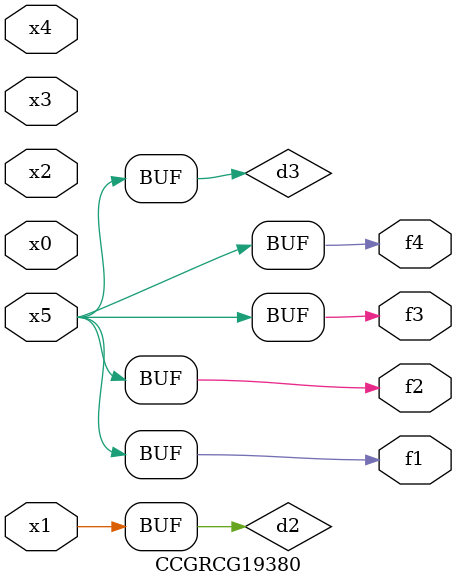
<source format=v>
module CCGRCG19380(
	input x0, x1, x2, x3, x4, x5,
	output f1, f2, f3, f4
);

	wire d1, d2, d3;

	not (d1, x5);
	or (d2, x1);
	xnor (d3, d1);
	assign f1 = d3;
	assign f2 = d3;
	assign f3 = d3;
	assign f4 = d3;
endmodule

</source>
